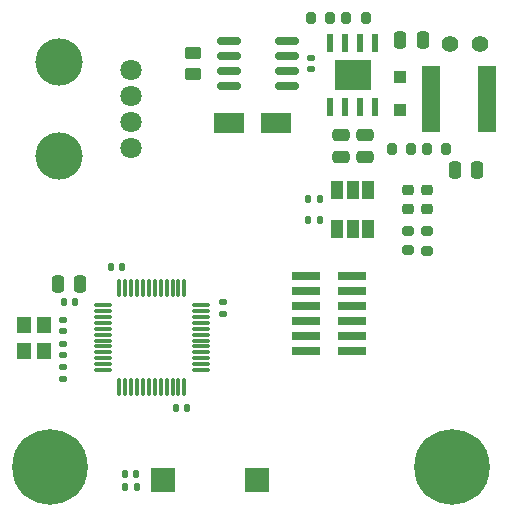
<source format=gbr>
%TF.GenerationSoftware,KiCad,Pcbnew,(6.0.2-0)*%
%TF.CreationDate,2022-05-22T12:16:40-06:00*%
%TF.ProjectId,epas-controller,65706173-2d63-46f6-9e74-726f6c6c6572,rev?*%
%TF.SameCoordinates,Original*%
%TF.FileFunction,Soldermask,Top*%
%TF.FilePolarity,Negative*%
%FSLAX46Y46*%
G04 Gerber Fmt 4.6, Leading zero omitted, Abs format (unit mm)*
G04 Created by KiCad (PCBNEW (6.0.2-0)) date 2022-05-22 12:16:40*
%MOMM*%
%LPD*%
G01*
G04 APERTURE LIST*
G04 Aperture macros list*
%AMRoundRect*
0 Rectangle with rounded corners*
0 $1 Rounding radius*
0 $2 $3 $4 $5 $6 $7 $8 $9 X,Y pos of 4 corners*
0 Add a 4 corners polygon primitive as box body*
4,1,4,$2,$3,$4,$5,$6,$7,$8,$9,$2,$3,0*
0 Add four circle primitives for the rounded corners*
1,1,$1+$1,$2,$3*
1,1,$1+$1,$4,$5*
1,1,$1+$1,$6,$7*
1,1,$1+$1,$8,$9*
0 Add four rect primitives between the rounded corners*
20,1,$1+$1,$2,$3,$4,$5,0*
20,1,$1+$1,$4,$5,$6,$7,0*
20,1,$1+$1,$6,$7,$8,$9,0*
20,1,$1+$1,$8,$9,$2,$3,0*%
G04 Aperture macros list end*
%ADD10RoundRect,0.140000X-0.170000X0.140000X-0.170000X-0.140000X0.170000X-0.140000X0.170000X0.140000X0*%
%ADD11RoundRect,0.075000X-0.662500X-0.075000X0.662500X-0.075000X0.662500X0.075000X-0.662500X0.075000X0*%
%ADD12RoundRect,0.075000X-0.075000X-0.662500X0.075000X-0.662500X0.075000X0.662500X-0.075000X0.662500X0*%
%ADD13R,1.200000X1.400000*%
%ADD14RoundRect,0.140000X0.170000X-0.140000X0.170000X0.140000X-0.170000X0.140000X-0.170000X-0.140000X0*%
%ADD15R,2.400000X0.740000*%
%ADD16RoundRect,0.250000X0.250000X0.475000X-0.250000X0.475000X-0.250000X-0.475000X0.250000X-0.475000X0*%
%ADD17RoundRect,0.140000X0.140000X0.170000X-0.140000X0.170000X-0.140000X-0.170000X0.140000X-0.170000X0*%
%ADD18RoundRect,0.250000X-0.250000X-0.475000X0.250000X-0.475000X0.250000X0.475000X-0.250000X0.475000X0*%
%ADD19RoundRect,0.135000X0.135000X0.185000X-0.135000X0.185000X-0.135000X-0.185000X0.135000X-0.185000X0*%
%ADD20RoundRect,0.218750X0.256250X-0.218750X0.256250X0.218750X-0.256250X0.218750X-0.256250X-0.218750X0*%
%ADD21R,1.600000X5.700000*%
%ADD22RoundRect,0.250000X0.450000X-0.262500X0.450000X0.262500X-0.450000X0.262500X-0.450000X-0.262500X0*%
%ADD23RoundRect,0.140000X-0.140000X-0.170000X0.140000X-0.170000X0.140000X0.170000X-0.140000X0.170000X0*%
%ADD24RoundRect,0.200000X-0.200000X-0.275000X0.200000X-0.275000X0.200000X0.275000X-0.200000X0.275000X0*%
%ADD25C,0.800000*%
%ADD26C,6.400000*%
%ADD27R,1.000000X1.500000*%
%ADD28RoundRect,0.200000X-0.275000X0.200000X-0.275000X-0.200000X0.275000X-0.200000X0.275000X0.200000X0*%
%ADD29R,1.100000X1.100000*%
%ADD30C,1.400000*%
%ADD31C,1.800000*%
%ADD32C,4.000000*%
%ADD33R,2.000000X2.000000*%
%ADD34RoundRect,0.250000X-0.475000X0.250000X-0.475000X-0.250000X0.475000X-0.250000X0.475000X0.250000X0*%
%ADD35R,2.500000X1.800000*%
%ADD36R,0.600000X1.550000*%
%ADD37R,3.100000X2.600000*%
%ADD38RoundRect,0.150000X0.825000X0.150000X-0.825000X0.150000X-0.825000X-0.150000X0.825000X-0.150000X0*%
G04 APERTURE END LIST*
D10*
%TO.C,C11*%
X21562500Y-49345000D03*
X21562500Y-50305000D03*
%TD*%
D11*
%TO.C,U3*%
X24900000Y-44075000D03*
X24900000Y-44575000D03*
X24900000Y-45075000D03*
X24900000Y-45575000D03*
X24900000Y-46075000D03*
X24900000Y-46575000D03*
X24900000Y-47075000D03*
X24900000Y-47575000D03*
X24900000Y-48075000D03*
X24900000Y-48575000D03*
X24900000Y-49075000D03*
X24900000Y-49575000D03*
D12*
X26312500Y-50987500D03*
X26812500Y-50987500D03*
X27312500Y-50987500D03*
X27812500Y-50987500D03*
X28312500Y-50987500D03*
X28812500Y-50987500D03*
X29312500Y-50987500D03*
X29812500Y-50987500D03*
X30312500Y-50987500D03*
X30812500Y-50987500D03*
X31312500Y-50987500D03*
X31812500Y-50987500D03*
D11*
X33225000Y-49575000D03*
X33225000Y-49075000D03*
X33225000Y-48575000D03*
X33225000Y-48075000D03*
X33225000Y-47575000D03*
X33225000Y-47075000D03*
X33225000Y-46575000D03*
X33225000Y-46075000D03*
X33225000Y-45575000D03*
X33225000Y-45075000D03*
X33225000Y-44575000D03*
X33225000Y-44075000D03*
D12*
X31812500Y-42662500D03*
X31312500Y-42662500D03*
X30812500Y-42662500D03*
X30312500Y-42662500D03*
X29812500Y-42662500D03*
X29312500Y-42662500D03*
X28812500Y-42662500D03*
X28312500Y-42662500D03*
X27812500Y-42662500D03*
X27312500Y-42662500D03*
X26812500Y-42662500D03*
X26312500Y-42662500D03*
%TD*%
D13*
%TO.C,Y1*%
X18212500Y-45725000D03*
X18212500Y-47925000D03*
X19912500Y-47925000D03*
X19912500Y-45725000D03*
%TD*%
D14*
%TO.C,C12*%
X21562500Y-46305000D03*
X21562500Y-45345000D03*
%TD*%
D15*
%TO.C,J2*%
X42112500Y-41650000D03*
X46012500Y-41650000D03*
X42112500Y-42920000D03*
X46012500Y-42920000D03*
X42112500Y-44190000D03*
X46012500Y-44190000D03*
X42112500Y-45460000D03*
X46012500Y-45460000D03*
X42112500Y-46730000D03*
X46012500Y-46730000D03*
X42112500Y-48000000D03*
X46012500Y-48000000D03*
%TD*%
D10*
%TO.C,C5*%
X42550000Y-23165000D03*
X42550000Y-24125000D03*
%TD*%
D14*
%TO.C,C7*%
X35062500Y-44805000D03*
X35062500Y-43845000D03*
%TD*%
D16*
%TO.C,C4*%
X56625000Y-32600000D03*
X54725000Y-32600000D03*
%TD*%
D17*
%TO.C,C9*%
X26542500Y-40825000D03*
X25582500Y-40825000D03*
%TD*%
D18*
%TO.C,C3*%
X50100000Y-21625000D03*
X52000000Y-21625000D03*
%TD*%
D19*
%TO.C,R7*%
X27785000Y-59450000D03*
X26765000Y-59450000D03*
%TD*%
D20*
%TO.C,D4*%
X52374999Y-35925001D03*
X52374999Y-34350001D03*
%TD*%
D21*
%TO.C,L1*%
X52700000Y-26625000D03*
X57400000Y-26625000D03*
%TD*%
D22*
%TO.C,R3*%
X32500000Y-24537500D03*
X32500000Y-22712500D03*
%TD*%
D23*
%TO.C,C10*%
X21582500Y-43825000D03*
X22542500Y-43825000D03*
%TD*%
%TO.C,C8*%
X31082500Y-52825000D03*
X32042500Y-52825000D03*
%TD*%
D24*
%TO.C,R2*%
X52350000Y-30850000D03*
X54000000Y-30850000D03*
%TD*%
D25*
%TO.C,H1*%
X56197056Y-59472056D03*
X52802944Y-59472056D03*
X56197056Y-56077944D03*
X52100000Y-57775000D03*
X54500000Y-55375000D03*
D26*
X54500000Y-57775000D03*
D25*
X54500000Y-60175000D03*
X52802944Y-56077944D03*
X56900000Y-57775000D03*
%TD*%
D27*
%TO.C,JP1*%
X47350000Y-34345000D03*
X46050000Y-34345000D03*
X44750000Y-34345000D03*
%TD*%
D28*
%TO.C,R6*%
X50725000Y-37800000D03*
X50725000Y-39450000D03*
%TD*%
D29*
%TO.C,D2*%
X50050000Y-27525000D03*
X50050000Y-24725000D03*
%TD*%
D30*
%TO.C,TP1*%
X54275000Y-22000000D03*
X56815000Y-22000000D03*
%TD*%
D28*
%TO.C,R8*%
X52374999Y-37812500D03*
X52374999Y-39462500D03*
%TD*%
D24*
%TO.C,R1*%
X49350000Y-30850000D03*
X51000000Y-30850000D03*
%TD*%
D31*
%TO.C,J1*%
X27287500Y-30754166D03*
X27287500Y-28570833D03*
X27287500Y-26387500D03*
X27287500Y-24204166D03*
D32*
X21162500Y-31462500D03*
X21162500Y-23462500D03*
%TD*%
D33*
%TO.C,SW1*%
X30000000Y-58923500D03*
X38000000Y-58923500D03*
%TD*%
D27*
%TO.C,JP2*%
X47350000Y-37625000D03*
X46050000Y-37625000D03*
X44750000Y-37625000D03*
%TD*%
D20*
%TO.C,D3*%
X50724999Y-35912500D03*
X50724999Y-34337500D03*
%TD*%
D34*
%TO.C,C1*%
X47080000Y-29675000D03*
X47080000Y-31575000D03*
%TD*%
D10*
%TO.C,C13*%
X21562500Y-47345000D03*
X21562500Y-48305000D03*
%TD*%
D35*
%TO.C,D1*%
X39550000Y-28625000D03*
X35550000Y-28625000D03*
%TD*%
D36*
%TO.C,U1*%
X47955000Y-21925000D03*
X46685000Y-21925000D03*
X45415000Y-21925000D03*
X44145000Y-21925000D03*
X44145000Y-27325000D03*
X45415000Y-27325000D03*
X46685000Y-27325000D03*
X47955000Y-27325000D03*
D37*
X46050000Y-24625000D03*
%TD*%
D18*
%TO.C,C6*%
X21112500Y-42250000D03*
X23012500Y-42250000D03*
%TD*%
D25*
%TO.C,H2*%
X18727944Y-56077944D03*
X18727944Y-59472056D03*
X22122056Y-59472056D03*
X20425000Y-55375000D03*
X22122056Y-56077944D03*
X18025000Y-57775000D03*
X22825000Y-57775000D03*
D26*
X20425000Y-57775000D03*
D25*
X20425000Y-60175000D03*
%TD*%
D19*
%TO.C,R10*%
X43260000Y-36845000D03*
X42240000Y-36845000D03*
%TD*%
D24*
%TO.C,R4*%
X42500000Y-19750000D03*
X44150000Y-19750000D03*
%TD*%
D19*
%TO.C,R9*%
X43260001Y-35125000D03*
X42240001Y-35125000D03*
%TD*%
D34*
%TO.C,C2*%
X45050000Y-29675000D03*
X45050000Y-31575000D03*
%TD*%
D24*
%TO.C,R5*%
X45500000Y-19750000D03*
X47150000Y-19750000D03*
%TD*%
D38*
%TO.C,U2*%
X40525000Y-25530000D03*
X40525000Y-24260000D03*
X40525000Y-22990000D03*
X40525000Y-21720000D03*
X35575000Y-21720000D03*
X35575000Y-22990000D03*
X35575000Y-24260000D03*
X35575000Y-25530000D03*
%TD*%
D23*
%TO.C,C14*%
X26795000Y-58350000D03*
X27755000Y-58350000D03*
%TD*%
M02*

</source>
